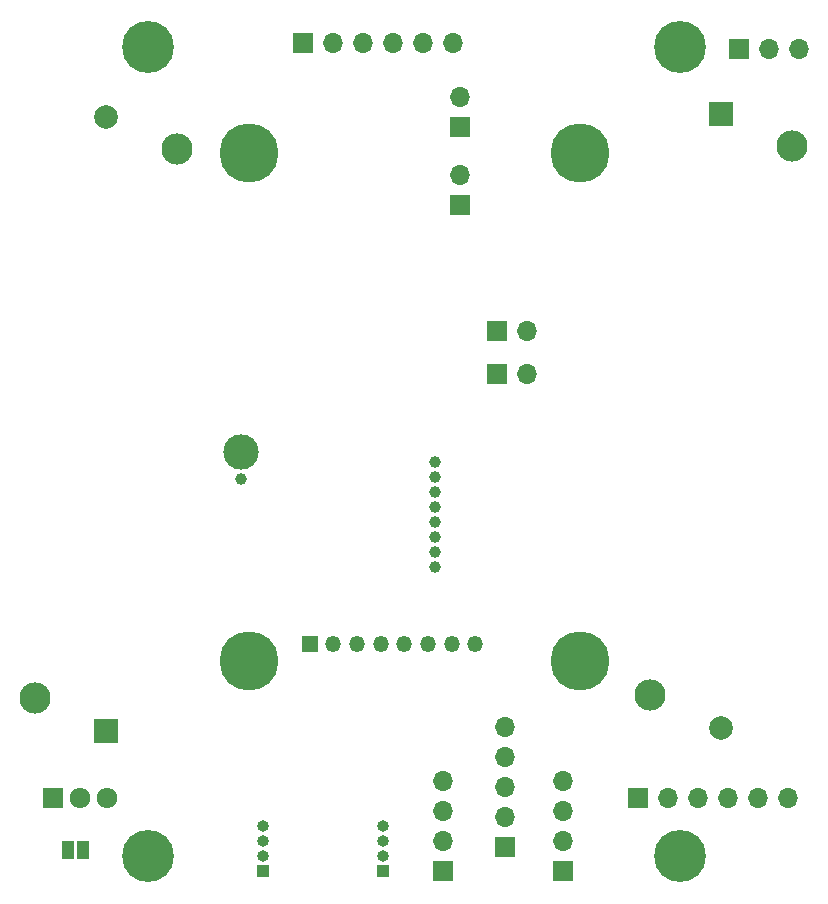
<source format=gbr>
%TF.GenerationSoftware,KiCad,Pcbnew,6.0.11-2627ca5db0~126~ubuntu22.04.1*%
%TF.CreationDate,2023-08-15T16:53:06+02:00*%
%TF.ProjectId,HB-UNI-SEN-BATT_ATMega1284P_E07-868MS10_FRAM_FUEL4EP,48422d55-4e49-42d5-9345-4e2d42415454,1.4*%
%TF.SameCoordinates,Original*%
%TF.FileFunction,Soldermask,Bot*%
%TF.FilePolarity,Negative*%
%FSLAX46Y46*%
G04 Gerber Fmt 4.6, Leading zero omitted, Abs format (unit mm)*
G04 Created by KiCad (PCBNEW 6.0.11-2627ca5db0~126~ubuntu22.04.1) date 2023-08-15 16:53:06*
%MOMM*%
%LPD*%
G01*
G04 APERTURE LIST*
%ADD10R,1.700000X1.700000*%
%ADD11O,1.700000X1.700000*%
%ADD12R,1.717500X1.800000*%
%ADD13O,1.717500X1.800000*%
%ADD14R,1.000000X1.500000*%
%ADD15C,1.000000*%
%ADD16C,3.000000*%
%ADD17C,0.700000*%
%ADD18C,4.400000*%
%ADD19C,2.640000*%
%ADD20R,2.000000X2.000000*%
%ADD21C,2.000000*%
%ADD22R,1.350000X1.350000*%
%ADD23O,1.350000X1.350000*%
%ADD24R,1.000000X1.000000*%
%ADD25O,1.000000X1.000000*%
%ADD26C,5.000000*%
G04 APERTURE END LIST*
D10*
%TO.C,J3*%
X44542000Y44097500D03*
D11*
X47082000Y44097500D03*
%TD*%
D10*
%TO.C,J4*%
X44542000Y47780500D03*
D11*
X47082000Y47780500D03*
%TD*%
D10*
%TO.C,J5*%
X56480000Y8220000D03*
D11*
X59020000Y8220000D03*
X61560000Y8220000D03*
X64100000Y8220000D03*
X66640000Y8220000D03*
X69180000Y8220000D03*
%TD*%
D12*
%TO.C,Q1*%
X6950000Y8220000D03*
D13*
X9240000Y8220000D03*
X11530000Y8220000D03*
%TD*%
D10*
%TO.C,J10*%
X64989000Y71656500D03*
D11*
X67529000Y71656500D03*
X70069000Y71656500D03*
%TD*%
D14*
%TO.C,JP1*%
X9500000Y3775000D03*
X8200000Y3775000D03*
%TD*%
D15*
%TO.C,Module1*%
X22800000Y35250000D03*
X39260000Y27800000D03*
D16*
X22800000Y37530000D03*
D15*
X39260000Y29070000D03*
X39260000Y30340000D03*
X39260000Y31610000D03*
X39260000Y32880000D03*
X39260000Y34150000D03*
X39260000Y35420000D03*
X39260000Y36690000D03*
%TD*%
D10*
%TO.C,J8*%
X39970000Y1997000D03*
D11*
X39970000Y4537000D03*
X39970000Y7077000D03*
X39970000Y9617000D03*
%TD*%
D17*
%TO.C,H2*%
X58727200Y70477200D03*
X60000000Y69950000D03*
X61272800Y70477200D03*
X61800000Y71750000D03*
X60000000Y73550000D03*
D18*
X60000000Y71750000D03*
D17*
X58200000Y71750000D03*
X58727200Y73022800D03*
X61272800Y73022800D03*
%TD*%
%TO.C,H4*%
X58200000Y3250000D03*
X60000000Y1450000D03*
X61272800Y1977200D03*
X58727200Y1977200D03*
X58727200Y4522800D03*
X60000000Y5050000D03*
X61272800Y4522800D03*
X61800000Y3250000D03*
D18*
X60000000Y3250000D03*
%TD*%
D17*
%TO.C,H1*%
X16272800Y70477200D03*
X13727200Y70477200D03*
X15000000Y73550000D03*
X13200000Y71750000D03*
X16800000Y71750000D03*
D18*
X15000000Y71750000D03*
D17*
X15000000Y69950000D03*
X16272800Y73022800D03*
X13727200Y73022800D03*
%TD*%
%TO.C,H3*%
X13727200Y4522800D03*
X13200000Y3250000D03*
X15000000Y1450000D03*
X15000000Y5050000D03*
X13727200Y1977200D03*
X16800000Y3250000D03*
X16272800Y4522800D03*
D18*
X15000000Y3250000D03*
D17*
X16272800Y1977200D03*
%TD*%
D19*
%TO.C,BT2*%
X5425000Y16650000D03*
X17415000Y63130000D03*
D20*
X11420000Y13900000D03*
D21*
X11420000Y65890000D03*
%TD*%
D10*
%TO.C,J12*%
X28070100Y72139100D03*
D11*
X30610100Y72139100D03*
X33150100Y72139100D03*
X35690100Y72139100D03*
X38230100Y72139100D03*
X40770100Y72139100D03*
%TD*%
D19*
%TO.C,BT1*%
X57495000Y16910000D03*
X69485000Y63390000D03*
D20*
X63490000Y66140000D03*
D21*
X63490000Y14150000D03*
%TD*%
D22*
%TO.C,J11*%
X28667000Y21250000D03*
D23*
X30667000Y21250000D03*
X32667000Y21250000D03*
X34667000Y21250000D03*
X36667000Y21250000D03*
X38667000Y21250000D03*
X40667000Y21250000D03*
X42667000Y21250000D03*
%TD*%
D10*
%TO.C,J1*%
X41400000Y64989000D03*
D11*
X41400000Y67529000D03*
%TD*%
D24*
%TO.C,J6*%
X24730000Y2000000D03*
D25*
X24730000Y3270000D03*
X24730000Y4540000D03*
X24730000Y5810000D03*
%TD*%
D10*
%TO.C,J2*%
X41400000Y58385000D03*
D11*
X41400000Y60925000D03*
%TD*%
D10*
%TO.C,J9*%
X50130000Y2000000D03*
D11*
X50130000Y4540000D03*
X50130000Y7080000D03*
X50130000Y9620000D03*
%TD*%
D26*
%TO.C,H5*%
X23510800Y62800000D03*
%TD*%
%TO.C,H6*%
X23510800Y19800000D03*
%TD*%
%TO.C,H7*%
X51510800Y62800000D03*
%TD*%
%TO.C,H8*%
X51510800Y19800000D03*
%TD*%
D24*
%TO.C,J7*%
X34890000Y1997000D03*
D25*
X34890000Y3267000D03*
X34890000Y4537000D03*
X34890000Y5807000D03*
%TD*%
D10*
%TO.C,J13*%
X45177000Y4029000D03*
D11*
X45177000Y6569000D03*
X45177000Y9109000D03*
X45177000Y11649000D03*
X45177000Y14189000D03*
%TD*%
M02*

</source>
